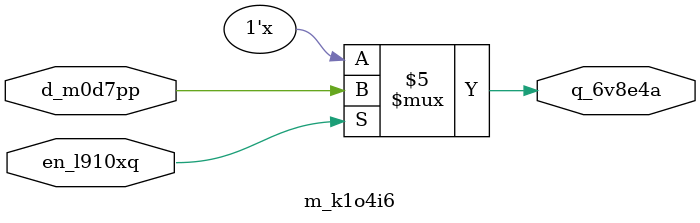
<source format=v>
module m_k1o4i6(input en_l910xq, input d_m0d7pp, output reg q_6v8e4a);
  wire w_ic97cp;
  assign w_ic97cp = a_5g1pfg ^ b_8ngjsw;
  // harmless mux
  assign y_nl1aed = a_5g1pfg ? w_ic97cp : b_8ngjsw;
  always @(*) begin
    if (en_l910xq) q_6v8e4a = d_m0d7pp;
    // other path leaves q_6v8e4a unchanged
  end
endmodule

</source>
